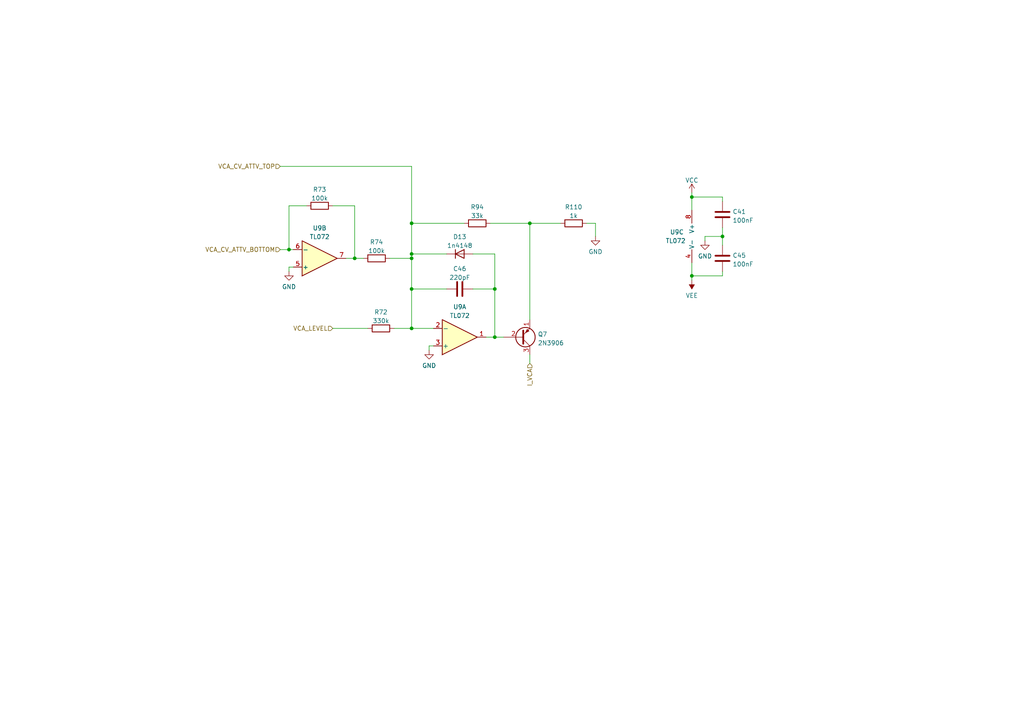
<source format=kicad_sch>
(kicad_sch (version 20211123) (generator eeschema)
  (paper "A4")
  (title_block (title "The Mercurial Machine") (date "2023-05-13") (rev "r02") (comment 2 "creativecommons.org/licenses/by/4.0/") (comment 3 "License: CC BY 4.0") (comment 4 "Author: Guy John"))
  (lib_symbols
    (symbol "Amplifier_Operational:TL072" (pin_names (offset 0.127))
      (property "Reference" "U" (at 0 5.08 0))
      (property "Value" "TL072" (at 0 -5.08 0))
      (symbol "TL072_1_1"
        (polyline (pts (xy -5.08 5.08) (xy 5.08 0) (xy -5.08 -5.08) (xy -5.08 5.08)) (stroke (width 0.254)) (fill (type background)))
        (pin output line (at 7.62 0 180) (length 2.54) (name "~") (number "1"))
        (pin input line (at -7.62 -2.54 0) (length 2.54) (name "-") (number "2"))
        (pin input line (at -7.62 2.54 0) (length 2.54) (name "+") (number "3"))
      )
      (symbol "TL072_2_1"
        (polyline (pts (xy -5.08 5.08) (xy 5.08 0) (xy -5.08 -5.08) (xy -5.08 5.08)) (stroke (width 0.254)) (fill (type background)))
        (pin input line (at -7.62 2.54 0) (length 2.54) (name "+") (number "5"))
        (pin input line (at -7.62 -2.54 0) (length 2.54) (name "-") (number "6"))
        (pin output line (at 7.62 0 180) (length 2.54) (name "~") (number "7"))
      )
      (symbol "TL072_3_1"
        (pin power_in line (at -2.54 -7.62 90) (length 3.81) (name "V-") (number "4"))
        (pin power_in line (at -2.54 7.62 270) (length 3.81) (name "V+") (number "8"))
      )
    )
    (symbol "Device:D" (pin_numbers hide) (pin_names (offset 1.016) hide)
      (property "Reference" "D" (at 0 2.54 0))
      (property "Value" "D" (at 0 -2.54 0))
      (symbol "D_0_1"
        (polyline (pts (xy -1.27 1.27) (xy -1.27 -1.27)) (stroke (width 0.254)))
        (polyline (pts (xy 1.27 0) (xy -1.27 0)))
        (polyline (pts (xy 1.27 1.27) (xy 1.27 -1.27) (xy -1.27 0) (xy 1.27 1.27)) (stroke (width 0.254)))
      )
      (symbol "D_1_1"
        (pin passive line (at -3.81 0 0) (length 2.54) (name "K") (number "1"))
        (pin passive line (at 3.81 0 180) (length 2.54) (name "A") (number "2"))
      )
    )
    (symbol "Transistor_BJT:2N3906" (pin_names (offset 0) hide)
      (property "Reference" "Q" (at 5.08 1.905 0))
      (property "Value" "2N3906" (at 5.08 0 0))
      (symbol "2N3906_0_1"
        (polyline (pts (xy 0.635 0.635) (xy 2.54 2.54)))
        (polyline (pts (xy 0.635 -0.635) (xy 2.54 -2.54) (xy 2.54 -2.54)))
        (polyline (pts (xy 0.635 1.905) (xy 0.635 -1.905) (xy 0.635 -1.905)) (stroke (width 0.508)))
        (polyline (pts (xy 2.286 -1.778) (xy 1.778 -2.286) (xy 1.27 -1.27) (xy 2.286 -1.778) (xy 2.286 -1.778)) (fill (type outline)))
        (circle (center 1.27 0) (radius 2.8194) (stroke (width 0.254)))
      )
      (symbol "2N3906_1_1"
        (pin passive line (at 2.54 -5.08 90) (length 2.54) (name "E") (number "1"))
        (pin input line (at -5.08 0 0) (length 5.715) (name "B") (number "2"))
        (pin passive line (at 2.54 5.08 270) (length 2.54) (name "C") (number "3"))
      )
    )
    (symbol "power:GND" (power) (pin_names (offset 0))
      (property "Value" "GND" (at 0 -3.81 0))
      (symbol "GND_0_1"
        (polyline (pts (xy 0 0) (xy 0 -1.27) (xy 1.27 -1.27) (xy 0 -2.54) (xy -1.27 -1.27) (xy 0 -1.27)))
      )
      (symbol "GND_1_1"
        (pin power_in line (at 0 0 270) (length 0) hide (name "GND") (number "1"))
      )
    )
    (symbol "power:VCC" (power) (pin_names (offset 0))
      (property "Value" "VCC" (at 0 3.81 0))
      (symbol "VCC_0_1"
        (polyline (pts (xy -0.762 1.27) (xy 0 2.54)))
        (polyline (pts (xy 0 0) (xy 0 2.54)))
        (polyline (pts (xy 0 2.54) (xy 0.762 1.27)))
      )
      (symbol "VCC_1_1"
        (pin power_in line (at 0 0 90) (length 0) hide (name "VCC") (number "1"))
      )
    )
    (symbol "power:VEE" (power) (pin_names (offset 0))
      (property "Value" "VEE" (at 0 3.81 0))
      (symbol "VEE_0_1"
        (polyline (pts (xy 0 0) (xy 0 2.54)))
        (polyline (pts (xy 0.762 1.27) (xy -0.762 1.27) (xy 0 2.54) (xy 0.762 1.27)) (fill (type outline)))
      )
      (symbol "VEE_1_1"
        (pin power_in line (at 0 0 90) (length 0) hide (name "VEE") (number "1"))
      )
    )
    (symbol "rumblesan-standard-parts:C" (pin_numbers hide) (pin_names (offset 0.254))
      (property "Reference" "C12" (at -3.175 0 90))
      (property "Value" "C" (at 1.905 1.905 90))
      (symbol "C_0_1"
        (polyline (pts (xy -2.032 -0.762) (xy 2.032 -0.762)) (stroke (width 0.508)))
        (polyline (pts (xy -2.032 0.762) (xy 2.032 0.762)) (stroke (width 0.508)))
      )
      (symbol "C_1_1"
        (pin passive line (at 0 3.81 270) (length 2.794) (name "~") (number "1"))
        (pin passive line (at 0 -3.81 90) (length 2.794) (name "~") (number "2"))
      )
    )
    (symbol "rumblesan-standard-parts:R" (pin_numbers hide) (pin_names (offset 0))
      (property "Reference" "R?" (at 0 0 90))
      (property "Value" "R" (at 0.635 1.905 90))
      (symbol "R_0_1"
        (rectangle (start 1.016 2.54) (end -1.016 -2.54) (stroke (width 0.254)))
      )
      (symbol "R_1_1"
        (pin passive line (at 0 -3.81 90) (length 1.27) (name "~") (number "1"))
        (pin passive line (at 0 3.81 270) (length 1.27) (name "~") (number "2"))
      )
    )
  )
  (junction (at 143.51 83.82))
  (junction (at 143.51 97.79))
  (junction (at 102.87 74.93))
  (junction (at 200.66 80.01))
  (junction (at 119.38 74.93))
  (junction (at 153.67 64.77))
  (junction (at 209.55 68.58))
  (junction (at 119.38 73.66))
  (junction (at 119.38 64.77))
  (junction (at 83.82 72.39))
  (junction (at 119.38 95.25))
  (junction (at 119.38 83.82))
  (junction (at 200.66 57.15))
  (wire (pts (xy 153.67 102.87) (xy 153.67 105.41)))
  (wire (pts (xy 170.18 64.77) (xy 172.72 64.77)))
  (wire (pts (xy 102.87 74.93) (xy 105.41 74.93)))
  (wire (pts (xy 119.38 95.25) (xy 125.73 95.25)))
  (wire (pts (xy 85.09 72.39) (xy 83.82 72.39)))
  (wire (pts (xy 153.67 64.77) (xy 153.67 92.71)))
  (wire (pts (xy 119.38 64.77) (xy 119.38 73.66)))
  (wire (pts (xy 119.38 73.66) (xy 119.38 74.93)))
  (wire (pts (xy 209.55 66.04) (xy 209.55 68.58)))
  (wire (pts (xy 81.28 72.39) (xy 83.82 72.39)))
  (wire (pts (xy 96.52 59.69) (xy 102.87 59.69)))
  (wire (pts (xy 119.38 64.77) (xy 134.62 64.77)))
  (wire (pts (xy 209.55 57.15) (xy 200.66 57.15)))
  (wire (pts (xy 137.16 83.82) (xy 143.51 83.82)))
  (wire (pts (xy 142.24 64.77) (xy 153.67 64.77)))
  (wire (pts (xy 81.28 48.26) (xy 119.38 48.26)))
  (wire (pts (xy 200.66 57.15) (xy 200.66 60.96)))
  (wire (pts (xy 143.51 97.79) (xy 146.05 97.79)))
  (wire (pts (xy 209.55 78.74) (xy 209.55 80.01)))
  (wire (pts (xy 209.55 80.01) (xy 200.66 80.01)))
  (wire (pts (xy 125.73 100.33) (xy 124.46 100.33)))
  (wire (pts (xy 100.33 74.93) (xy 102.87 74.93)))
  (wire (pts (xy 83.82 72.39) (xy 83.82 59.69)))
  (wire (pts (xy 209.55 68.58) (xy 209.55 71.12)))
  (wire (pts (xy 140.97 97.79) (xy 143.51 97.79)))
  (wire (pts (xy 119.38 83.82) (xy 129.54 83.82)))
  (wire (pts (xy 153.67 64.77) (xy 162.56 64.77)))
  (wire (pts (xy 119.38 73.66) (xy 129.54 73.66)))
  (wire (pts (xy 119.38 48.26) (xy 119.38 64.77)))
  (wire (pts (xy 200.66 80.01) (xy 200.66 81.28)))
  (wire (pts (xy 137.16 73.66) (xy 143.51 73.66)))
  (wire (pts (xy 204.47 68.58) (xy 209.55 68.58)))
  (wire (pts (xy 200.66 76.2) (xy 200.66 80.01)))
  (wire (pts (xy 83.82 77.47) (xy 83.82 78.74)))
  (wire (pts (xy 204.47 69.85) (xy 204.47 68.58)))
  (wire (pts (xy 172.72 64.77) (xy 172.72 68.58)))
  (wire (pts (xy 113.03 74.93) (xy 119.38 74.93)))
  (wire (pts (xy 124.46 100.33) (xy 124.46 101.6)))
  (wire (pts (xy 83.82 59.69) (xy 88.9 59.69)))
  (wire (pts (xy 114.3 95.25) (xy 119.38 95.25)))
  (wire (pts (xy 119.38 83.82) (xy 119.38 95.25)))
  (wire (pts (xy 102.87 59.69) (xy 102.87 74.93)))
  (wire (pts (xy 96.52 95.25) (xy 106.68 95.25)))
  (wire (pts (xy 119.38 74.93) (xy 119.38 83.82)))
  (wire (pts (xy 143.51 73.66) (xy 143.51 83.82)))
  (wire (pts (xy 200.66 55.88) (xy 200.66 57.15)))
  (wire (pts (xy 143.51 83.82) (xy 143.51 97.79)))
  (wire (pts (xy 209.55 58.42) (xy 209.55 57.15)))
  (wire (pts (xy 85.09 77.47) (xy 83.82 77.47)))
  (hierarchical_label "VCA_LEVEL" (shape input) (at 96.52 95.25 180))
  (hierarchical_label "I_VCA" (shape input) (at 153.67 105.41 270))
  (hierarchical_label "VCA_CV_ATTV_TOP" (shape input) (at 81.28 48.26 180))
  (hierarchical_label "VCA_CV_ATTV_BOTTOM" (shape input) (at 81.28 72.39 180))
  (symbol (lib_id "rumblesan-standard-parts:C") (at 133.35 83.82 90) (unit 1)
    (property "Reference" "C46" (at 133.35 77.9612 90))
    (property "Value" "220pF" (at 133.35 80.4981 90))
    (property "Footprint" "rumblesan-standard-parts:C_Rect_L7.0mm_W2.5mm_P5.00mm" (effects hide))
    (property "Spec" "ceramic C0G" (effects hide))
    (property "Tolerance" "5%" (effects hide))
  )
  (symbol (lib_id "power:GND") (at 172.72 68.58 0) (unit 1)
    (property "Reference" "#PWR0116" (effects hide))
    (property "Value" "GND" (at 172.72 73.0234 0))
  )
  (symbol (lib_id "Amplifier_Operational:TL072") (at 133.35 97.79 0) (mirror x) (unit 1)
    (property "Reference" "U9" (at 133.35 89.0102 0))
    (property "Value" "TL072" (at 133.35 91.5471 0))
    (property "Footprint" "rumblesan-standard-parts:DIP-8_W7.62mm_Socket" (effects hide))
    (property "Datasheet" "http://www.ti.com/lit/ds/symlink/tl071.pdf" (effects hide))
  )
  (symbol (lib_id "power:GND") (at 83.82 78.74 0) (unit 1)
    (property "Reference" "#PWR0179" (effects hide))
    (property "Value" "GND" (at 83.82 83.1834 0))
  )
  (symbol (lib_id "rumblesan-standard-parts:R") (at 138.43 64.77 90) (unit 1)
    (property "Reference" "R94" (at 138.43 60.0542 90))
    (property "Value" "33k" (at 138.43 62.5911 90))
    (property "Footprint" "rumblesan-standard-parts:R_Axial_DIN0207_L6.3mm_D2.5mm_P10.16mm_Horizontal" (effects hide))
    (property "Tolerance" "1%" (effects hide))
    (property "Power" "0.5W" (effects hide))
    (property "Spec" "metal film" (effects hide))
  )
  (symbol (lib_id "power:VCC") (at 200.66 55.88 0) (unit 1)
    (property "Reference" "#PWR0181" (effects hide))
    (property "Value" "VCC" (at 200.66 52.3042 0))
  )
  (symbol (lib_id "rumblesan-standard-parts:R") (at 166.37 64.77 90) (unit 1)
    (property "Reference" "R110" (at 166.37 60.0542 90))
    (property "Value" "1k" (at 166.37 62.5911 90))
    (property "Footprint" "rumblesan-standard-parts:R_Axial_DIN0207_L6.3mm_D2.5mm_P10.16mm_Horizontal" (effects hide))
    (property "Tolerance" "1%" (effects hide))
    (property "Power" "0.5W" (effects hide))
    (property "Spec" "metal film" (effects hide))
  )
  (symbol (lib_id "rumblesan-standard-parts:R") (at 109.22 74.93 90) (unit 1)
    (property "Reference" "R74" (at 109.22 70.2142 90))
    (property "Value" "100k" (at 109.22 72.7511 90))
    (property "Footprint" "rumblesan-standard-parts:R_Axial_DIN0207_L6.3mm_D2.5mm_P10.16mm_Horizontal" (effects hide))
    (property "Tolerance" "1%" (effects hide))
    (property "Power" "0.5W" (effects hide))
    (property "Spec" "metal film" (effects hide))
  )
  (symbol (lib_id "Device:D") (at 133.35 73.66 0) (unit 1)
    (property "Reference" "D13" (at 133.35 68.6902 0))
    (property "Value" "1n4148" (at 133.35 71.2271 0))
    (property "Footprint" "rumblesan-standard-parts:D_DO-35_SOD27_P7.62mm_Horizontal" (effects hide))
  )
  (symbol (lib_id "Amplifier_Operational:TL072") (at 92.71 74.93 0) (mirror x) (unit 2)
    (property "Reference" "U9" (at 92.71 66.1502 0))
    (property "Value" "TL072" (at 92.71 68.6871 0))
    (property "Footprint" "rumblesan-standard-parts:DIP-8_W7.62mm_Socket" (effects hide))
    (property "Datasheet" "http://www.ti.com/lit/ds/symlink/tl071.pdf" (effects hide))
  )
  (symbol (lib_id "Amplifier_Operational:TL072") (at 203.2 68.58 0) (unit 3)
    (property "Reference" "U9" (at 194.31 67.31 0) (effects (justify left)))
    (property "Value" "TL072" (at 193.04 69.85 0) (effects (justify left)))
    (property "Footprint" "rumblesan-standard-parts:DIP-8_W7.62mm_Socket" (effects hide))
    (property "Datasheet" "http://www.ti.com/lit/ds/symlink/tl071.pdf" (effects hide))
  )
  (symbol (lib_id "rumblesan-standard-parts:R") (at 110.49 95.25 90) (unit 1)
    (property "Reference" "R72" (at 110.49 90.5342 90))
    (property "Value" "330k" (at 110.49 93.0711 90))
    (property "Footprint" "rumblesan-standard-parts:R_Axial_DIN0207_L6.3mm_D2.5mm_P10.16mm_Horizontal" (effects hide))
    (property "Tolerance" "1%" (effects hide))
    (property "Power" "0.5W" (effects hide))
    (property "Spec" "metal film" (effects hide))
  )
  (symbol (lib_id "Transistor_BJT:2N3906") (at 151.13 97.79 0) (mirror x) (unit 1)
    (property "Reference" "Q7" (at 155.9814 96.9553 0) (effects (justify left)))
    (property "Value" "2N3906" (at 155.9814 99.4922 0) (effects (justify left)))
    (property "Footprint" "rumblesan-standard-parts:TO-92_Inline_Wide" (effects hide))
    (property "Datasheet" "https://www.onsemi.com/pub/Collateral/2N3906-D.PDF" (effects hide))
  )
  (symbol (lib_id "rumblesan-standard-parts:C") (at 209.55 62.23 0) (unit 1)
    (property "Reference" "C41" (at 212.471 61.3953 0) (effects (justify left)))
    (property "Value" "100nF" (at 212.471 63.9322 0) (effects (justify left)))
    (property "Footprint" "rumblesan-standard-parts:C_Rect_L7.0mm_W2.5mm_P5.00mm" (effects hide))
    (property "Spec" "ceramic X7R" (effects hide))
    (property "Tolerance" "5%" (effects hide))
  )
  (symbol (lib_id "power:GND") (at 204.47 69.85 0) (unit 1)
    (property "Reference" "#PWR0183" (effects hide))
    (property "Value" "GND" (at 204.47 74.2934 0))
  )
  (symbol (lib_id "rumblesan-standard-parts:R") (at 92.71 59.69 90) (unit 1)
    (property "Reference" "R73" (at 92.71 54.9742 90))
    (property "Value" "100k" (at 92.71 57.5111 90))
    (property "Footprint" "rumblesan-standard-parts:R_Axial_DIN0207_L6.3mm_D2.5mm_P10.16mm_Horizontal" (effects hide))
    (property "Tolerance" "1%" (effects hide))
    (property "Power" "0.5W" (effects hide))
    (property "Spec" "metal film" (effects hide))
  )
  (symbol (lib_id "power:GND") (at 124.46 101.6 0) (unit 1)
    (property "Reference" "#PWR0180" (effects hide))
    (property "Value" "GND" (at 124.46 106.0434 0))
  )
  (symbol (lib_id "power:VEE") (at 200.66 81.28 180) (unit 1)
    (property "Reference" "#PWR0182" (effects hide))
    (property "Value" "VEE" (at 200.66 85.7234 0))
  )
  (symbol (lib_id "rumblesan-standard-parts:C") (at 209.55 74.93 0) (unit 1)
    (property "Reference" "C45" (at 212.471 74.0953 0) (effects (justify left)))
    (property "Value" "100nF" (at 212.471 76.6322 0) (effects (justify left)))
    (property "Footprint" "rumblesan-standard-parts:C_Rect_L7.0mm_W2.5mm_P5.00mm" (effects hide))
    (property "Spec" "ceramic X7R" (effects hide))
    (property "Tolerance" "5%" (effects hide))
  )
)
</source>
